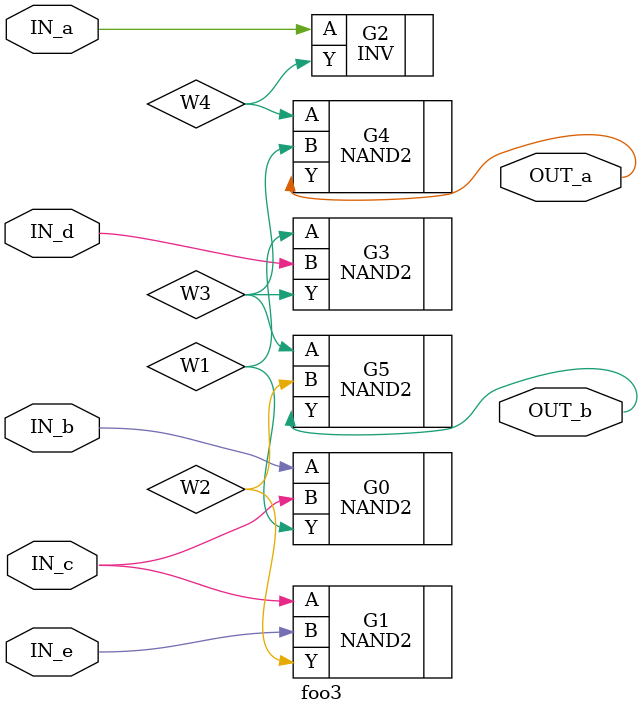
<source format=v>
module foo3 (
    IN_a, IN_b, IN_c, IN_d, IN_e, OUT_a, OUT_b );
  input  IN_a, IN_b, IN_c, IN_d, IN_e;
  output OUT_a, OUT_b ;
  wire W1, W2, W3, W4;
  
  NAND2   G0(.A(IN_b), .B(IN_c), .Y(W1));
  NAND2   G1(.A(IN_c), .B(IN_e), .Y(W2));  
  INV     G2(.A(IN_a), .Y(W4));
  NAND2   G3(.A(W1), .B(IN_d), .Y(W3));
  NAND2   G4(.A(W4), .B(W3), .Y(OUT_a));
  NAND2   G5(.A(W3), .B(W2), .Y(OUT_b));

endmodule
</source>
